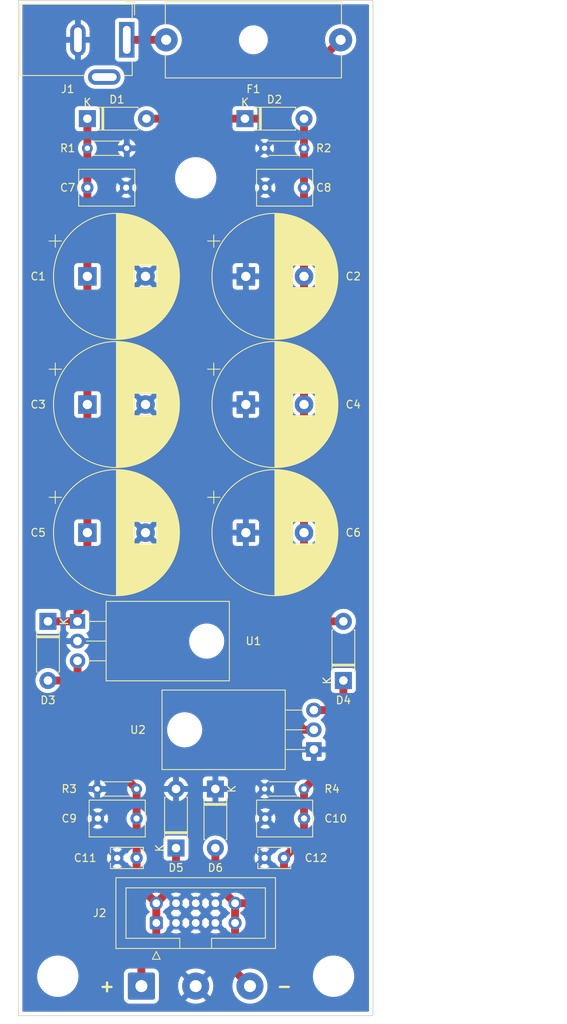
<source format=kicad_pcb>
(kicad_pcb (version 20211014) (generator pcbnew)
  (layers (0 "F.Cu" signal) (31 "B.Cu" signal) (34 "B.Paste" user) (35 "F.Paste" user) (36 "B.SilkS" user "B.Silkscreen") (37 "F.SilkS" user "F.Silkscreen") (38 "B.Mask" user) (39 "F.Mask" user) (44 "Edge.Cuts" user))
  (net 0 "")
  (net 1 "Net-(C1-Pad1)")
  (net 2 "GND")
  (net 3 "Net-(C2-Pad2)")
  (net 4 "+12V")
  (net 5 "-12V")
  (net 6 "Net-(D1-Pad2)")
  (net 7 "Net-(F1-Pad1)")
  (footprint "Diode_THT:D_DO-41_SOD81_P7.62mm_Horizontal" (layer "F.Cu") (at 139.7 139.7 -90)
    (fp_text reference "D6" (at 10.16 0) (layer "F.SilkS"))
    (fp_text value "1N4004")
    (fp_text user "K" (at 0 -2.1 90) (layer "F.SilkS"))
    (pad "1" thru_hole rect locked (at 0 0 270) (size 2.2 2.2) (drill 1.1) (layers *.Cu *.Mask) (net 2 "GND"))
    (pad "2" thru_hole oval locked (at 7.62 0 270) (size 2.2 2.2) (drill 1.1) (layers *.Cu *.Mask) (net 5 "-12V"))
  )
  (footprint "Capacitor_THT:C_Rect_L4.0mm_W2.5mm_P2.50mm" (layer "F.Cu") (at 146.05 148.59)
    (fp_text reference "C12" (at 5.08 0) (layer "F.SilkS") (effects (justify left)))
    (fp_text value "0.1u")
    (pad "1" thru_hole circle locked (at 0 0) (size 1.6 1.6) (drill 0.8) (layers *.Cu *.Mask) (net 2 "GND"))
    (pad "2" thru_hole circle locked (at 2.5 0) (size 1.6 1.6) (drill 0.8) (layers *.Cu *.Mask) (net 5 "-12V"))
  )
  (footprint "Package_TO_SOT_THT:TO-220-3_Horizontal_TabDown" (layer "F.Cu") (at 121.92 118.11 -90)
    (fp_text reference "U1" (at 2.54 -21.59 180) (layer "F.SilkS") (effects (justify left)))
    (fp_text value "L7812")
    (pad "" np_thru_hole oval locked (at 2.54 -16.66 270) (size 3.5 3.5) (drill 3.5) (layers *.Cu *.Mask))
    (pad "1" thru_hole rect locked (at 0 0 270) (size 1.905 2) (drill 1.1) (layers *.Cu *.Mask) (net 1 "Net-(C1-Pad1)"))
    (pad "2" thru_hole oval locked (at 2.54 0 270) (size 1.905 2) (drill 1.1) (layers *.Cu *.Mask) (net 2 "GND"))
    (pad "3" thru_hole oval locked (at 5.08 0 270) (size 1.905 2) (drill 1.1) (layers *.Cu *.Mask) (net 4 "+12V"))
  )
  (footprint "Package_TO_SOT_THT:TO-220-3_Horizontal_TabDown" (layer "F.Cu") (at 152.4 134.62 90)
    (fp_text reference "U2" (at 2.54 -21.59 180) (layer "F.SilkS") (effects (justify right)))
    (fp_text value "L7912")
    (pad "" np_thru_hole oval locked (at 2.54 -16.66 90) (size 3.5 3.5) (drill 3.5) (layers *.Cu *.Mask))
    (pad "1" thru_hole rect locked (at 0 0 90) (size 1.905 2) (drill 1.1) (layers *.Cu *.Mask) (net 2 "GND"))
    (pad "2" thru_hole oval locked (at 2.54 0 90) (size 1.905 2) (drill 1.1) (layers *.Cu *.Mask) (net 3 "Net-(C2-Pad2)"))
    (pad "3" thru_hole oval locked (at 5.08 0 90) (size 1.905 2) (drill 1.1) (layers *.Cu *.Mask) (net 5 "-12V"))
  )
  (footprint "MountingHole:MountingHole_4.3mm_M4" (layer "F.Cu") (at 137.16 60.96)
    (fp_text reference "H1" hide)
    (fp_text value "MountingHole")
    (pad "" np_thru_hole circle locked (at 0 0) (size 4.3 4.3) (drill 4.3) (layers *.Cu *.Mask))
  )
  (footprint "Diode_THT:D_DO-41_SOD81_P7.62mm_Horizontal" (layer "F.Cu") (at 134.62 147.32 90)
    (fp_text reference "D5" (at -2.54 0 180) (layer "F.SilkS"))
    (fp_text value "1N4004")
    (fp_text user "K" (at 0 -2.1 90) (layer "F.SilkS"))
    (pad "1" thru_hole rect locked (at 0 0 90) (size 2.2 2.2) (drill 1.1) (layers *.Cu *.Mask) (net 4 "+12V"))
    (pad "2" thru_hole oval locked (at 7.62 0 90) (size 2.2 2.2) (drill 1.1) (layers *.Cu *.Mask) (net 2 "GND"))
  )
  (footprint "Diode_THT:D_DO-41_SOD81_P7.62mm_Horizontal" (layer "F.Cu") (at 118.11 118.11 -90)
    (fp_text reference "D3" (at 10.16 0 180) (layer "F.SilkS"))
    (fp_text value "1N4004")
    (fp_text user "K" (at 0 -2.1 90) (layer "F.SilkS"))
    (pad "1" thru_hole rect locked (at 0 0 270) (size 2.2 2.2) (drill 1.1) (layers *.Cu *.Mask) (net 1 "Net-(C1-Pad1)"))
    (pad "2" thru_hole oval locked (at 7.62 0 270) (size 2.2 2.2) (drill 1.1) (layers *.Cu *.Mask) (net 4 "+12V"))
  )
  (footprint "Capacitor_THT:C_Rect_L7.0mm_W4.5mm_P5.00mm" (layer "F.Cu") (at 129.54 143.51 180)
    (fp_text reference "C9" (at 7.62 0) (layer "F.SilkS") (effects (justify right)))
    (fp_text value "10u")
    (pad "1" thru_hole circle locked (at 0 0 180) (size 1.6 1.6) (drill 0.8) (layers *.Cu *.Mask) (net 4 "+12V"))
    (pad "2" thru_hole circle locked (at 5 0 180) (size 1.6 1.6) (drill 0.8) (layers *.Cu *.Mask) (net 2 "GND"))
  )
  (footprint "Resistor_THT:R_Axial_DIN0204_L3.6mm_D1.6mm_P5.08mm_Horizontal" (layer "F.Cu") (at 146.05 57.15)
    (fp_text reference "R2" (at 7.62 0) (layer "F.SilkS"))
    (fp_text value "10k")
    (pad "1" thru_hole circle locked (at 0 0) (size 1.4 1.4) (drill 0.7) (layers *.Cu *.Mask) (net 2 "GND"))
    (pad "2" thru_hole oval locked (at 5.08 0) (size 1.4 1.4) (drill 0.7) (layers *.Cu *.Mask) (net 3 "Net-(C2-Pad2)"))
  )
  (footprint "Resistor_THT:R_Axial_DIN0204_L3.6mm_D1.6mm_P5.08mm_Horizontal" (layer "F.Cu") (at 146.05 139.7)
    (fp_text reference "R4" (at 7.62 0) (layer "F.SilkS") (effects (justify left)))
    (fp_text value "10k")
    (pad "1" thru_hole circle locked (at 0 0) (size 1.4 1.4) (drill 0.7) (layers *.Cu *.Mask) (net 2 "GND"))
    (pad "2" thru_hole oval locked (at 5.08 0) (size 1.4 1.4) (drill 0.7) (layers *.Cu *.Mask) (net 5 "-12V"))
  )
  (footprint "MountingHole:MountingHole_4.3mm_M4" (layer "F.Cu") (at 154.94 163.83)
    (fp_text reference "H3" hide)
    (fp_text value "MountingHole")
    (pad "" np_thru_hole circle locked (at 0 0) (size 4.3 4.3) (drill 4.3) (layers *.Cu *.Mask))
  )
  (footprint "Capacitor_THT:CP_Radial_D16.0mm_P7.50mm" (layer "F.Cu") (at 143.63 90.17)
    (fp_text reference "C4" (at 13.85 0) (layer "F.SilkS"))
    (fp_text value "3.3m")
    (pad "1" thru_hole rect locked (at 0 0) (size 2.4 2.4) (drill 1.2) (layers *.Cu *.Mask) (net 2 "GND"))
    (pad "2" thru_hole circle locked (at 7.5 0) (size 2.4 2.4) (drill 1.2) (layers *.Cu *.Mask) (net 3 "Net-(C2-Pad2)"))
  )
  (footprint "Capacitor_THT:C_Rect_L7.0mm_W4.5mm_P5.00mm" (layer "F.Cu") (at 146.13 62.23)
    (fp_text reference "C8" (at 7.54 0) (layer "F.SilkS"))
    (fp_text value "10u")
    (pad "1" thru_hole circle locked (at 0 0) (size 1.6 1.6) (drill 0.8) (layers *.Cu *.Mask) (net 2 "GND"))
    (pad "2" thru_hole circle locked (at 5 0) (size 1.6 1.6) (drill 0.8) (layers *.Cu *.Mask) (net 3 "Net-(C2-Pad2)"))
  )
  (footprint "Capacitor_THT:C_Rect_L4.0mm_W2.5mm_P2.50mm" (layer "F.Cu") (at 129.54 148.59 180)
    (fp_text reference "C11" (at 5.08 0) (layer "F.SilkS") (effects (justify right)))
    (fp_text value "0.1u")
    (pad "1" thru_hole circle locked (at 0 0 180) (size 1.6 1.6) (drill 0.8) (layers *.Cu *.Mask) (net 4 "+12V"))
    (pad "2" thru_hole circle locked (at 2.5 0 180) (size 1.6 1.6) (drill 0.8) (layers *.Cu *.Mask) (net 2 "GND"))
  )
  (footprint "Resistor_THT:R_Axial_DIN0204_L3.6mm_D1.6mm_P5.08mm_Horizontal" (layer "F.Cu") (at 129.54 139.7 180)
    (fp_text reference "R3" (at 7.62 0) (layer "F.SilkS") (effects (justify right)))
    (fp_text value "10k")
    (pad "1" thru_hole circle locked (at 0 0 180) (size 1.4 1.4) (drill 0.7) (layers *.Cu *.Mask) (net 4 "+12V"))
    (pad "2" thru_hole oval locked (at 5.08 0 180) (size 1.4 1.4) (drill 0.7) (layers *.Cu *.Mask) (net 2 "GND"))
  )
  (footprint "Diode_THT:D_DO-41_SOD81_P7.62mm_Horizontal" (layer "F.Cu") (at 156.21 125.73 90)
    (fp_text reference "D4" (at -2.54 0 180) (layer "F.SilkS"))
    (fp_text value "1N4004")
    (fp_text user "K" (at 0 -2.1 90) (layer "F.SilkS"))
    (pad "1" thru_hole rect locked (at 0 0 90) (size 2.2 2.2) (drill 1.1) (layers *.Cu *.Mask) (net 5 "-12V"))
    (pad "2" thru_hole oval locked (at 7.62 0 90) (size 2.2 2.2) (drill 1.1) (layers *.Cu *.Mask) (net 3 "Net-(C2-Pad2)"))
  )
  (footprint "Diode_THT:D_DO-41_SOD81_P7.62mm_Horizontal" (layer "F.Cu") (at 123.19 53.34)
    (fp_text reference "D1" (at 3.81 -2.47) (layer "F.SilkS"))
    (fp_text value "1N4004")
    (fp_text user "K" (at 0 -2.1) (layer "F.SilkS"))
    (pad "1" thru_hole rect locked (at 0 0) (size 2.2 2.2) (drill 1.1) (layers *.Cu *.Mask) (net 1 "Net-(C1-Pad1)"))
    (pad "2" thru_hole oval locked (at 7.62 0) (size 2.2 2.2) (drill 1.1) (layers *.Cu *.Mask) (net 6 "Net-(D1-Pad2)"))
  )
  (footprint "Capacitor_THT:C_Rect_L7.0mm_W4.5mm_P5.00mm" (layer "F.Cu") (at 123.19 62.23)
    (fp_text reference "C7" (at -2.54 0) (layer "F.SilkS"))
    (fp_text value "10u")
    (pad "1" thru_hole circle locked (at 0 0) (size 1.6 1.6) (drill 0.8) (layers *.Cu *.Mask) (net 1 "Net-(C1-Pad1)"))
    (pad "2" thru_hole circle locked (at 5 0) (size 1.6 1.6) (drill 0.8) (layers *.Cu *.Mask) (net 2 "GND"))
  )
  (footprint "Fuse:Fuseholder_Cylinder-5x20mm_Schurter_0031_8201_Horizontal_Open" (layer "F.Cu") (at 133.35 43.18)
    (fp_text reference "F1" (at 11.25 6.35) (layer "F.SilkS"))
    (fp_text value "2A")
    (pad "" np_thru_hole circle locked (at 11.25 0) (size 2.7 2.7) (drill 2.7) (layers *.Cu *.Mask))
    (pad "1" thru_hole circle locked (at 0 0) (size 3 3) (drill 1.3) (layers *.Cu *.Mask) (net 7 "Net-(F1-Pad1)"))
    (pad "2" thru_hole circle locked (at 22.5 0) (size 3 3) (drill 1.3) (layers *.Cu *.Mask) (net 6 "Net-(D1-Pad2)"))
  )
  (footprint "Connector_BarrelJack:BarrelJack_GCT_DCJ200-10-A_Horizontal" (layer "F.Cu") (at 128.27 43.18 -90)
    (fp_text reference "J1" (at 6.35 7.62 180) (layer "F.SilkS"))
    (fp_text value "IN")
    (pad "1" thru_hole rect locked (at 0 0 270) (size 4.6 2) (drill oval 3.6 1) (layers *.Cu *.Mask) (net 7 "Net-(F1-Pad1)"))
    (pad "2" thru_hole oval locked (at 0 6.3 270) (size 4.2 2) (drill oval 3.2 1) (layers *.Cu *.Mask) (net 2 "GND"))
    (pad "3" thru_hole oval locked (at 4.8 2.9 270) (size 2 4.2) (drill oval 1 3.2) (layers *.Cu *.Mask))
  )
  (footprint "Capacitor_THT:CP_Radial_D16.0mm_P7.50mm" (layer "F.Cu") (at 143.63 73.66)
    (fp_text reference "C2" (at 13.85 0) (layer "F.SilkS"))
    (fp_text value "3.3m")
    (pad "1" thru_hole rect locked (at 0 0) (size 2.4 2.4) (drill 1.2) (layers *.Cu *.Mask) (net 2 "GND"))
    (pad "2" thru_hole circle locked (at 7.5 0) (size 2.4 2.4) (drill 1.2) (layers *.Cu *.Mask) (net 3 "Net-(C2-Pad2)"))
  )
  (footprint "Capacitor_THT:CP_Radial_D16.0mm_P7.50mm" (layer "F.Cu") (at 143.63 106.68)
    (fp_text reference "C6" (at 13.85 0) (layer "F.SilkS"))
    (fp_text value "3.3m")
    (pad "1" thru_hole rect locked (at 0 0) (size 2.4 2.4) (drill 1.2) (layers *.Cu *.Mask) (net 2 "GND"))
    (pad "2" thru_hole circle locked (at 7.5 0) (size 2.4 2.4) (drill 1.2) (layers *.Cu *.Mask) (net 3 "Net-(C2-Pad2)"))
  )
  (footprint "Capacitor_THT:CP_Radial_D16.0mm_P7.50mm" (layer "F.Cu") (at 123.19 106.68)
    (fp_text reference "C5" (at -6.35 0) (layer "F.SilkS"))
    (fp_text value "3.3m")
    (pad "1" thru_hole rect locked (at 0 0) (size 2.4 2.4) (drill 1.2) (layers *.Cu *.Mask) (net 1 "Net-(C1-Pad1)"))
    (pad "2" thru_hole circle locked (at 7.5 0) (size 2.4 2.4) (drill 1.2) (layers *.Cu *.Mask) (net 2 "GND"))
  )
  (footprint "Connector_IDC:IDC-Header_2x05_P2.54mm_Vertical" (layer "F.Cu") (at 132.08 156.9625 90)
    (fp_text reference "J2" (at 1.27 -6.35 180) (layer "F.SilkS") (effects (justify right)))
    (fp_text value "OUT")
    (pad "1" thru_hole roundrect locked (at 0 0 90) (size 1.7 1.7) (drill 1) (layers *.Cu *.Mask) (roundrect_rratio 0.147059) (net 4 "+12V"))
    (pad "2" thru_hole circle locked (at 2.54 0 90) (size 1.7 1.7) (drill 1) (layers *.Cu *.Mask) (net 4 "+12V"))
    (pad "3" thru_hole circle locked (at 0 2.54 90) (size 1.7 1.7) (drill 1) (layers *.Cu *.Mask) (net 2 "GND"))
    (pad "4" thru_hole circle locked (at 2.54 2.54 90) (size 1.7 1.7) (drill 1) (layers *.Cu *.Mask) (net 2 "GND"))
    (pad "5" thru_hole circle locked (at 0 5.08 90) (size 1.7 1.7) (drill 1) (layers *.Cu *.Mask) (net 2 "GND"))
    (pad "6" thru_hole circle locked (at 2.54 5.08 90) (size 1.7 1.7) (drill 1) (layers *.Cu *.Mask) (net 2 "GND"))
    (pad "7" thru_hole circle locked (at 0 7.62 90) (size 1.7 1.7) (drill 1) (layers *.Cu *.Mask) (net 2 "GND"))
    (pad "8" thru_hole circle locked (at 2.54 7.62 90) (size 1.7 1.7) (drill 1) (layers *.Cu *.Mask) (net 2 "GND"))
    (pad "9" thru_hole circle locked (at 0 10.16 90) (size 1.7 1.7) (drill 1) (layers *.Cu *.Mask) (net 5 "-12V"))
    (pad "10" thru_hole circle locked (at 2.54 10.16 90) (size 1.7 1.7) (drill 1) (layers *.Cu *.Mask) (net 5 "-12V"))
  )
  (footprint "Capacitor_THT:C_Rect_L7.0mm_W4.5mm_P5.00mm" (layer "F.Cu") (at 146.13 143.51)
    (fp_text reference "C10" (at 7.54 0) (layer "F.SilkS") (effects (justify left)))
    (fp_text value "10u")
    (pad "1" thru_hole circle locked (at 0 0) (size 1.6 1.6) (drill 0.8) (layers *.Cu *.Mask) (net 2 "GND"))
    (pad "2" thru_hole circle locked (at 5 0) (size 1.6 1.6) (drill 0.8) (layers *.Cu *.Mask) (net 5 "-12V"))
  )
  (footprint "Connector_Wire:SolderWire-0.75sqmm_1x03_P7mm_D1.25mm_OD3.5mm" (layer "F.Cu") (at 130.16 165.1)
    (fp_text reference "J3" hide)
    (fp_text value "PWR")
    (pad "1" thru_hole roundrect locked (at 0 0) (size 3.5 3.5) (drill 1.55) (layers *.Cu *.Mask) (roundrect_rratio 0.071429) (net 4 "+12V"))
    (pad "2" thru_hole circle locked (at 7 0) (size 3.5 3.5) (drill 1.55) (layers *.Cu *.Mask) (net 2 "GND"))
    (pad "3" thru_hole circle locked (at 14 0) (size 3.5 3.5) (drill 1.55) (layers *.Cu *.Mask) (net 5 "-12V"))
  )
  (footprint "Diode_THT:D_DO-41_SOD81_P7.62mm_Horizontal" (layer "F.Cu") (at 143.51 53.34)
    (fp_text reference "D2" (at 3.81 -2.47) (layer "F.SilkS"))
    (fp_text value "1N4004")
    (fp_text user "K" (at 0 -2.1) (layer "F.SilkS"))
    (pad "1" thru_hole rect locked (at 0 0) (size 2.2 2.2) (drill 1.1) (layers *.Cu *.Mask) (net 6 "Net-(D1-Pad2)"))
    (pad "2" thru_hole oval locked (at 7.62 0) (size 2.2 2.2) (drill 1.1) (layers *.Cu *.Mask) (net 3 "Net-(C2-Pad2)"))
  )
  (footprint "MountingHole:MountingHole_4.3mm_M4" (layer "F.Cu") (at 119.38 163.83)
    (fp_text reference "H2" hide)
    (fp_text value "MountingHole")
    (pad "" np_thru_hole circle locked (at 0 0) (size 4.3 4.3) (drill 4.3) (layers *.Cu *.Mask))
  )
  (footprint "Resistor_THT:R_Axial_DIN0204_L3.6mm_D1.6mm_P5.08mm_Horizontal" (layer "F.Cu") (at 123.19 57.15)
    (fp_text reference "R1" (at -2.54 0) (layer "F.SilkS"))
    (fp_text value "10k")
    (pad "1" thru_hole circle locked (at 0 0) (size 1.4 1.4) (drill 0.7) (layers *.Cu *.Mask) (net 1 "Net-(C1-Pad1)"))
    (pad "2" thru_hole oval locked (at 5.08 0) (size 1.4 1.4) (drill 0.7) (layers *.Cu *.Mask) (net 2 "GND"))
  )
  (footprint "Capacitor_THT:CP_Radial_D16.0mm_P7.50mm" (layer "F.Cu") (at 123.19 73.66)
    (fp_text reference "C1" (at -6.35 0) (layer "F.SilkS"))
    (fp_text value "3.3m")
    (pad "1" thru_hole rect locked (at 0 0) (size 2.4 2.4) (drill 1.2) (layers *.Cu *.Mask) (net 1 "Net-(C1-Pad1)"))
    (pad "2" thru_hole circle locked (at 7.5 0) (size 2.4 2.4) (drill 1.2) (layers *.Cu *.Mask) (net 2 "GND"))
  )
  (footprint "Capacitor_THT:CP_Radial_D16.0mm_P7.50mm" (layer "F.Cu") (at 123.19 90.17)
    (fp_text reference "C3" (at -6.35 0) (layer "F.SilkS"))
    (fp_text value "3.3m")
    (pad "1" thru_hole rect locked (at 0 0) (size 2.4 2.4) (drill 1.2) (layers *.Cu *.Mask) (net 1 "Net-(C1-Pad1)"))
    (pad "2" thru_hole circle locked (at 7.5 0) (size 2.4 2.4) (drill 1.2) (layers *.Cu *.Mask) (net 2 "GND"))
  )
  (gr_rect (start 114.3 38.1) (end 160.02 168.91) (layer "Edge.Cuts") (width 0.1) (fill none))
  (gr_text "+" (at 125.73 165.1) (layer "F.SilkS") (effects (font (size 1.5 1.5) (thickness 0.3))))
  (gr_text "-" (at 148.59 165.1) (layer "F.SilkS") (effects (font (size 1.5 1.5) (thickness 0.3))))
  (segment (start 123.19 115.57) (end 123.19 74.93) (width 1.016) (layer "F.Cu") (net 1))
  (segment (start 121.92 116.84) (end 123.19 115.57) (width 1.016) (layer "F.Cu") (net 1))
  (segment (start 118.11 118.11) (end 121.92 118.11) (width 1.016) (layer "F.Cu") (net 1))
  (segment (start 121.92 118.11) (end 121.92 116.84) (width 1.016) (layer "F.Cu") (net 1))
  (segment (start 123.19 53.34) (end 123.19 58.42) (width 1.016) (layer "F.Cu") (net 1))
  (segment (start 123.19 62.23) (end 123.19 74.93) (width 1.016) (layer "F.Cu") (net 1))
  (segment (start 123.19 58.42) (end 123.19 62.23) (width 1.016) (layer "F.Cu") (net 1))
  (segment (start 156.21 118.11) (end 152.4 118.11) (width 1.016) (layer "F.Cu") (net 3))
  (segment (start 151.13 132.08) (end 152.4 132.08) (width 1.016) (layer "F.Cu") (net 3))
  (segment (start 151.13 53.34) (end 151.13 58.42) (width 1.016) (layer "F.Cu") (net 3))
  (segment (start 151.13 58.42) (end 151.13 62.23) (width 1.016) (layer "F.Cu") (net 3))
  (segment (start 151.13 118.11) (end 149.86 119.38) (width 1.016) (layer "F.Cu") (net 3))
  (segment (start 151.13 118.11) (end 151.13 62.23) (width 1.016) (layer "F.Cu") (net 3))
  (segment (start 149.86 130.81) (end 151.13 132.08) (width 1.016) (layer "F.Cu") (net 3))
  (segment (start 149.86 119.38) (end 149.86 130.81) (width 1.016) (layer "F.Cu") (net 3))
  (segment (start 152.4 118.11) (end 151.13 118.11) (width 1.016) (layer "F.Cu") (net 3))
  (segment (start 132.08 156.9625) (end 132.08 160.02) (width 1.016) (layer "F.Cu") (net 4))
  (segment (start 121.92 132.08) (end 129.54 139.7) (width 1.016) (layer "F.Cu") (net 4))
  (segment (start 121.92 125.73) (end 121.92 132.08) (width 1.016) (layer "F.Cu") (net 4))
  (segment (start 132.08 160.02) (end 130.16 161.94) (width 1.016) (layer "F.Cu") (net 4))
  (segment (start 129.54 148.59) (end 129.54 151.8825) (width 1.016) (layer "F.Cu") (net 4))
  (segment (start 134.62 151.8825) (end 134.62 147.32) (width 1.016) (layer "F.Cu") (net 4))
  (segment (start 130.16 161.94) (end 130.16 165.1) (width 1.016) (layer "F.Cu") (net 4))
  (segment (start 129.54 143.51) (end 129.54 148.59) (width 1.016) (layer "F.Cu") (net 4))
  (segment (start 129.54 151.8825) (end 132.08 154.4225) (width 1.016) (layer "F.Cu") (net 4))
  (segment (start 132.08 154.4225) (end 134.62 151.8825) (width 1.016) (layer "F.Cu") (net 4))
  (segment (start 129.54 139.7) (end 129.54 143.51) (width 1.016) (layer "F.Cu") (net 4))
  (segment (start 132.08 154.4225) (end 132.08 156.9625) (width 1.016) (layer "F.Cu") (net 4))
  (segment (start 118.11 125.73) (end 121.92 125.73) (width 1.016) (layer "F.Cu") (net 4))
  (segment (start 121.92 123.19) (end 121.92 125.73) (width 1.016) (layer "F.Cu") (net 4))
  (segment (start 144.0275 154.4225) (end 142.24 154.4225) (width 1.016) (layer "F.Cu") (net 5))
  (segment (start 139.7 151.8825) (end 139.7 147.32) (width 1.016) (layer "F.Cu") (net 5))
  (segment (start 151.13 143.51) (end 151.13 146.01) (width 1.016) (layer "F.Cu") (net 5))
  (segment (start 156.21 134.62) (end 151.13 139.7) (width 1.016) (layer "F.Cu") (net 5))
  (segment (start 142.24 163.18) (end 144.16 165.1) (width 1.016) (layer "F.Cu") (net 5))
  (segment (start 151.13 146.01) (end 148.55 148.59) (width 1.016) (layer "F.Cu") (net 5))
  (segment (start 156.21 129.54) (end 156.21 125.73) (width 1.016) (layer "F.Cu") (net 5))
  (segment (start 142.24 154.4225) (end 139.7 151.8825) (width 1.016) (layer "F.Cu") (net 5))
  (segment (start 142.24 154.4225) (end 142.24 156.9625) (width 1.016) (layer "F.Cu") (net 5))
  (segment (start 151.13 139.7) (end 151.13 143.51) (width 1.016) (layer "F.Cu") (net 5))
  (segment (start 156.21 129.54) (end 156.21 134.62) (width 1.016) (layer "F.Cu") (net 5))
  (segment (start 142.24 156.9625) (end 142.24 163.18) (width 1.016) (layer "F.Cu") (net 5))
  (segment (start 148.55 148.59) (end 148.55 149.9) (width 1.016) (layer "F.Cu") (net 5))
  (segment (start 152.4 129.54) (end 156.21 129.54) (width 1.016) (layer "F.Cu") (net 5))
  (segment (start 148.55 149.9) (end 144.0275 154.4225) (width 1.016) (layer "F.Cu") (net 5))
  (segment (start 130.81 53.34) (end 143.51 53.34) (width 1.016) (layer "F.Cu") (net 6))
  (segment (start 155.85 43.18) (end 145.69 53.34) (width 1.016) (layer "F.Cu") (net 6))
  (segment (start 145.69 53.34) (end 143.51 53.34) (width 1.016) (layer "F.Cu") (net 6))
  (segment (start 128.27 43.18) (end 133.35 43.18) (width 1.016) (layer "F.Cu") (net 7))
  (zone (net 2) (net_name "GND") (layer "B.Cu") (connect_pads (clearance 0.508)) (min_thickness 0.254) (fill yes (thermal_gap 0.508) (thermal_bridge_width 0.762))
    (polygon (pts (xy 160.02 168.91) (xy 114.3 168.91) (xy 114.3 38.1) (xy 160.02 38.1)))
  )
)
</source>
